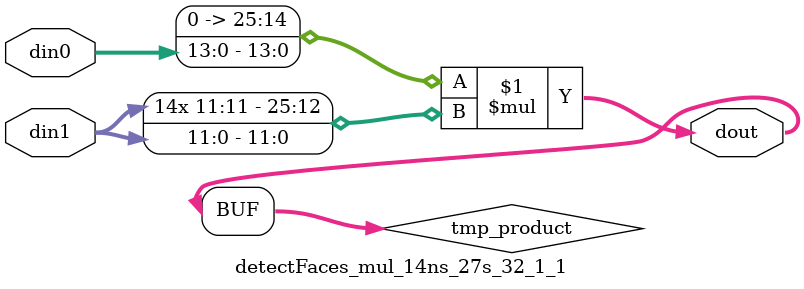
<source format=v>

`timescale 1 ns / 1 ps

 module detectFaces_mul_14ns_27s_32_1_1(din0, din1, dout);
parameter ID = 1;
parameter NUM_STAGE = 0;
parameter din0_WIDTH = 14;
parameter din1_WIDTH = 12;
parameter dout_WIDTH = 26;

input [din0_WIDTH - 1 : 0] din0; 
input [din1_WIDTH - 1 : 0] din1; 
output [dout_WIDTH - 1 : 0] dout;

wire signed [dout_WIDTH - 1 : 0] tmp_product;

























assign tmp_product = $signed({1'b0, din0}) * $signed(din1);










assign dout = tmp_product;





















endmodule

</source>
